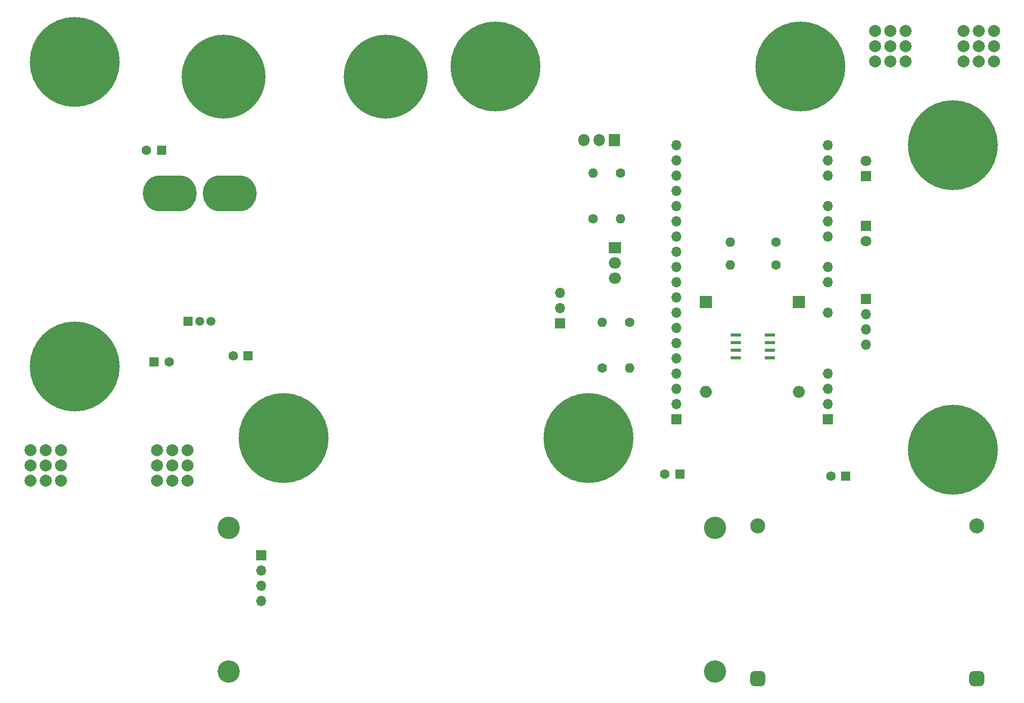
<source format=gbr>
%TF.GenerationSoftware,KiCad,Pcbnew,(7.0.0-0)*%
%TF.CreationDate,2023-07-06T19:43:53+02:00*%
%TF.ProjectId,Mstr_Controller_Board_v01,4d737472-5f43-46f6-9e74-726f6c6c6572,v01*%
%TF.SameCoordinates,Original*%
%TF.FileFunction,Soldermask,Top*%
%TF.FilePolarity,Negative*%
%FSLAX46Y46*%
G04 Gerber Fmt 4.6, Leading zero omitted, Abs format (unit mm)*
G04 Created by KiCad (PCBNEW (7.0.0-0)) date 2023-07-06 19:43:53*
%MOMM*%
%LPD*%
G01*
G04 APERTURE LIST*
G04 Aperture macros list*
%AMRoundRect*
0 Rectangle with rounded corners*
0 $1 Rounding radius*
0 $2 $3 $4 $5 $6 $7 $8 $9 X,Y pos of 4 corners*
0 Add a 4 corners polygon primitive as box body*
4,1,4,$2,$3,$4,$5,$6,$7,$8,$9,$2,$3,0*
0 Add four circle primitives for the rounded corners*
1,1,$1+$1,$2,$3*
1,1,$1+$1,$4,$5*
1,1,$1+$1,$6,$7*
1,1,$1+$1,$8,$9*
0 Add four rect primitives between the rounded corners*
20,1,$1+$1,$2,$3,$4,$5,0*
20,1,$1+$1,$4,$5,$6,$7,0*
20,1,$1+$1,$6,$7,$8,$9,0*
20,1,$1+$1,$8,$9,$2,$3,0*%
%AMHorizOval*
0 Thick line with rounded ends*
0 $1 width*
0 $2 $3 position (X,Y) of the first rounded end (center of the circle)*
0 $4 $5 position (X,Y) of the second rounded end (center of the circle)*
0 Add line between two ends*
20,1,$1,$2,$3,$4,$5,0*
0 Add two circle primitives to create the rounded ends*
1,1,$1,$2,$3*
1,1,$1,$4,$5*%
G04 Aperture macros list end*
%ADD10C,1.600000*%
%ADD11O,1.600000X1.600000*%
%ADD12C,2.000000*%
%ADD13C,14.000000*%
%ADD14O,1.700000X1.700000*%
%ADD15R,1.700000X1.700000*%
%ADD16C,15.000000*%
%ADD17R,1.663700X0.558800*%
%ADD18R,1.600000X1.600000*%
%ADD19R,2.000000X1.905000*%
%ADD20O,2.000000X1.905000*%
%ADD21R,1.800000X1.800000*%
%ADD22C,1.800000*%
%ADD23R,2.000000X2.000000*%
%ADD24O,2.000000X2.000000*%
%ADD25C,3.716000*%
%ADD26R,1.500000X1.500000*%
%ADD27C,1.500000*%
%ADD28HorizOval,0.800000X0.000000X0.000000X0.000000X0.000000X0*%
%ADD29HorizOval,0.800000X0.000000X0.000000X0.000000X0.000000X0*%
%ADD30C,0.800000*%
%ADD31O,9.000000X6.000000*%
%ADD32RoundRect,0.625000X0.625000X0.625000X-0.625000X0.625000X-0.625000X-0.625000X0.625000X-0.625000X0*%
%ADD33C,2.500000*%
%ADD34R,1.905000X2.000000*%
%ADD35O,1.905000X2.000000*%
G04 APERTURE END LIST*
D10*
%TO.C,R4*%
X151638000Y-70373000D03*
D11*
X151637999Y-62752999D03*
%TD*%
D12*
%TO.C,J3*%
X57912000Y-114061000D03*
X60452000Y-114061000D03*
X62992000Y-114061000D03*
X57912000Y-111521000D03*
X60452000Y-111521000D03*
X62992000Y-111521000D03*
X57912000Y-108981000D03*
X60452000Y-108981000D03*
X62992000Y-108981000D03*
%TD*%
D13*
%TO.C,J1*%
X117141000Y-46671000D03*
X90141000Y-46671000D03*
D14*
X146150999Y-82740999D03*
X146150999Y-85280999D03*
D15*
X146150999Y-87820999D03*
%TD*%
D12*
%TO.C,J6*%
X213360000Y-44196000D03*
X215900000Y-44196000D03*
X218440000Y-44196000D03*
X213360000Y-41656000D03*
X215900000Y-41656000D03*
X218440000Y-41656000D03*
X213360000Y-39116000D03*
X215900000Y-39116000D03*
X218440000Y-39116000D03*
%TD*%
D16*
%TO.C,F3*%
X135382000Y-44973000D03*
X186182000Y-44973000D03*
%TD*%
D12*
%TO.C,J4*%
X78994000Y-114061000D03*
X81534000Y-114061000D03*
X84074000Y-114061000D03*
X78994000Y-111521000D03*
X81534000Y-111521000D03*
X84074000Y-111521000D03*
X78994000Y-108981000D03*
X81534000Y-108981000D03*
X84074000Y-108981000D03*
%TD*%
D17*
%TO.C,U5*%
X175482249Y-89780999D03*
X175482249Y-91050999D03*
X175482249Y-92320999D03*
X175482249Y-93590999D03*
X181133749Y-93590999D03*
X181133749Y-92320999D03*
X181133749Y-91050999D03*
X181133749Y-89780999D03*
%TD*%
D10*
%TO.C,R8*%
X182118000Y-78097000D03*
D11*
X174497999Y-78096999D03*
%TD*%
D15*
%TO.C,J2*%
X197103999Y-83819999D03*
D14*
X197103999Y-86359999D03*
X197103999Y-88899999D03*
X197103999Y-91439999D03*
%TD*%
D18*
%TO.C,C7*%
X78525999Y-94248999D03*
D10*
X81026000Y-94249000D03*
%TD*%
D19*
%TO.C,Q1*%
X155264999Y-75198999D03*
D20*
X155264999Y-77738999D03*
X155264999Y-80278999D03*
%TD*%
D21*
%TO.C,D2*%
X197103999Y-71622999D03*
D22*
X197104000Y-74163000D03*
%TD*%
D10*
%TO.C,R2*%
X157734000Y-87645000D03*
D11*
X157733999Y-95264999D03*
%TD*%
D12*
%TO.C,J5*%
X198628000Y-44196000D03*
X201168000Y-44196000D03*
X203708000Y-44196000D03*
X198628000Y-41656000D03*
X201168000Y-41656000D03*
X203708000Y-41656000D03*
X198628000Y-39116000D03*
X201168000Y-39116000D03*
X203708000Y-39116000D03*
%TD*%
D10*
%TO.C,R1*%
X153162000Y-95265000D03*
D11*
X153161999Y-87644999D03*
%TD*%
D18*
%TO.C,C6*%
X79755999Y-58942999D03*
D10*
X77256000Y-58943000D03*
%TD*%
D18*
%TO.C,C4*%
X166115999Y-113029999D03*
D10*
X163616000Y-113030000D03*
%TD*%
%TO.C,R7*%
X182118000Y-74287000D03*
D11*
X174497999Y-74286999D03*
%TD*%
D23*
%TO.C,C2*%
X185927999Y-84312999D03*
D24*
X185927999Y-99312999D03*
%TD*%
D18*
%TO.C,C3*%
X193761999Y-113298999D03*
D10*
X191262000Y-113299000D03*
%TD*%
D15*
%TO.C,U3*%
X96397999Y-126524999D03*
D14*
X96397999Y-129064999D03*
X96397999Y-131604999D03*
X96397999Y-134144999D03*
D25*
X90958000Y-121935000D03*
X90958000Y-145935000D03*
X171958000Y-121935000D03*
X171958000Y-145935000D03*
%TD*%
D10*
%TO.C,R3*%
X156210000Y-62753000D03*
D11*
X156209999Y-70372999D03*
%TD*%
D21*
%TO.C,D1*%
X197103999Y-63297999D03*
D22*
X197104000Y-60758000D03*
%TD*%
D16*
%TO.C,F2*%
X150876000Y-106949000D03*
X100076000Y-106949000D03*
%TD*%
%TO.C,F1*%
X65278000Y-44211000D03*
X65278000Y-95011000D03*
%TD*%
D26*
%TO.C,U2*%
X84205999Y-87531999D03*
D27*
X86116000Y-87532000D03*
X88026000Y-87532000D03*
D28*
X87165999Y-65501999D03*
D29*
X87165999Y-66761999D03*
D30*
X87916000Y-64472000D03*
X87916000Y-67792000D03*
X89116000Y-64082000D03*
X89116000Y-68182000D03*
X90446000Y-64082000D03*
X90446000Y-68182000D03*
D31*
X91115999Y-66131999D03*
D30*
X91786000Y-64082000D03*
X91786000Y-68182000D03*
X93116000Y-64082000D03*
X93116000Y-68182000D03*
X94316000Y-64472000D03*
X94316000Y-67792000D03*
X95066000Y-65502000D03*
X95066000Y-66762000D03*
X77166000Y-65502000D03*
X77166000Y-66762000D03*
X77916000Y-64472000D03*
X77916000Y-67792000D03*
X79116000Y-64082000D03*
X79116000Y-68182000D03*
X80446000Y-64082000D03*
X80446000Y-68182000D03*
D31*
X81115999Y-66131999D03*
D30*
X81786000Y-64082000D03*
X81786000Y-68182000D03*
X83116000Y-64082000D03*
X83116000Y-68182000D03*
X84316000Y-64472000D03*
X84316000Y-67792000D03*
D29*
X85065999Y-65501999D03*
D28*
X85065999Y-66761999D03*
%TD*%
D18*
%TO.C,C5*%
X94193999Y-93232999D03*
D10*
X91694000Y-93233000D03*
%TD*%
D16*
%TO.C,F4*%
X211582000Y-108966000D03*
X211582000Y-58166000D03*
%TD*%
D32*
%TO.C,U6*%
X215608000Y-147131000D03*
D33*
X215608000Y-121631000D03*
D32*
X179108000Y-147131000D03*
D33*
X179108000Y-121631000D03*
%TD*%
D23*
%TO.C,C1*%
X170433999Y-84312999D03*
D24*
X170433999Y-99312999D03*
%TD*%
D34*
%TO.C,Q2*%
X155193999Y-57235999D03*
D35*
X152653999Y-57235999D03*
X150113999Y-57235999D03*
%TD*%
D14*
%TO.C,U1*%
X165513999Y-70857999D03*
X165513999Y-68317999D03*
D15*
X190753999Y-103877999D03*
D14*
X165513999Y-73397999D03*
X165513999Y-81017999D03*
X190753999Y-58157999D03*
X190753999Y-73397999D03*
X190753999Y-68317999D03*
X165513999Y-65777999D03*
X165513999Y-75937999D03*
X165513999Y-78477999D03*
X165513999Y-83557999D03*
X165513999Y-86097999D03*
X165513999Y-91177999D03*
X165513999Y-98797999D03*
X165513999Y-101337999D03*
X190753999Y-81017999D03*
X190753999Y-78477999D03*
X190753999Y-86097999D03*
X165513999Y-58157999D03*
X190753999Y-60697999D03*
X165513999Y-60697999D03*
X165513999Y-63237999D03*
X190753999Y-63237999D03*
X190753999Y-101337999D03*
X190753999Y-70857999D03*
D15*
X165513999Y-103877999D03*
D14*
X165513999Y-88637999D03*
X165513999Y-93717999D03*
X165513999Y-96257999D03*
X190753999Y-96257999D03*
X190753999Y-98797999D03*
%TD*%
M02*

</source>
